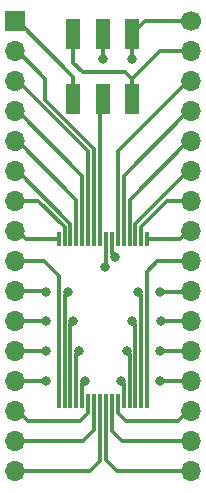
<source format=gbr>
%TF.GenerationSoftware,KiCad,Pcbnew,(6.0.0-0)*%
%TF.CreationDate,2023-01-04T17:37:18+01:00*%
%TF.ProjectId,sst39sf040-m27c4001,73737433-3973-4663-9034-302d6d323763,rev?*%
%TF.SameCoordinates,Original*%
%TF.FileFunction,Copper,L1,Top*%
%TF.FilePolarity,Positive*%
%FSLAX46Y46*%
G04 Gerber Fmt 4.6, Leading zero omitted, Abs format (unit mm)*
G04 Created by KiCad (PCBNEW (6.0.0-0)) date 2023-01-04 17:37:18*
%MOMM*%
%LPD*%
G01*
G04 APERTURE LIST*
%TA.AperFunction,SMDPad,CuDef*%
%ADD10R,1.200000X2.500000*%
%TD*%
%TA.AperFunction,SMDPad,CuDef*%
%ADD11R,0.300000X1.300000*%
%TD*%
%TA.AperFunction,ComponentPad*%
%ADD12O,1.700000X1.700000*%
%TD*%
%TA.AperFunction,ComponentPad*%
%ADD13C,1.700000*%
%TD*%
%TA.AperFunction,ComponentPad*%
%ADD14R,1.700000X1.700000*%
%TD*%
%TA.AperFunction,ViaPad*%
%ADD15C,0.800000*%
%TD*%
%TA.AperFunction,Conductor*%
%ADD16C,0.300000*%
%TD*%
G04 APERTURE END LIST*
D10*
%TO.P,SW1,1,A*%
%TO.N,Net-(J2-Pad31)*%
X130500000Y-61150000D03*
%TO.P,SW1,2,B*%
%TO.N,Net-(U1-Pad7)*%
X133000000Y-61150000D03*
%TO.P,SW1,3,C*%
%TO.N,VCC*%
X135500000Y-61150000D03*
%TO.P,SW1,4,A*%
%TO.N,Net-(J1-Pad1)*%
X130500000Y-66650000D03*
%TO.P,SW1,5,B*%
%TO.N,Net-(U1-Pad9)*%
X133000000Y-66650000D03*
%TO.P,SW1,6,C*%
%TO.N,Net-(J2-Pad31)*%
X135500000Y-66650000D03*
%TD*%
D11*
%TO.P,U1,1,A11*%
%TO.N,Net-(U1-Pad1)*%
X136750000Y-78550000D03*
%TO.P,U1,2,A9*%
%TO.N,Net-(U1-Pad2)*%
X136250000Y-78550000D03*
%TO.P,U1,3,A8*%
%TO.N,Net-(U1-Pad3)*%
X135750000Y-78550000D03*
%TO.P,U1,4,A13*%
%TO.N,Net-(U1-Pad4)*%
X135250000Y-78550000D03*
%TO.P,U1,5,A14*%
%TO.N,Net-(U1-Pad5)*%
X134750000Y-78550000D03*
%TO.P,U1,6,A17*%
%TO.N,Net-(U1-Pad6)*%
X134250000Y-78550000D03*
%TO.P,U1,7,WE#*%
%TO.N,Net-(U1-Pad7)*%
X133750000Y-78550000D03*
%TO.P,U1,8,VDD*%
%TO.N,VCC*%
X133250000Y-78550000D03*
%TO.P,U1,9,A18*%
%TO.N,Net-(U1-Pad9)*%
X132750000Y-78550000D03*
%TO.P,U1,10,A16*%
%TO.N,Net-(J1-Pad2)*%
X132250000Y-78550000D03*
%TO.P,U1,11,A15*%
%TO.N,Net-(J1-Pad3)*%
X131750000Y-78550000D03*
%TO.P,U1,12,A12*%
%TO.N,Net-(J1-Pad4)*%
X131250000Y-78550000D03*
%TO.P,U1,13,A7*%
%TO.N,Net-(J1-Pad5)*%
X130750000Y-78550000D03*
%TO.P,U1,14,A6*%
%TO.N,Net-(J1-Pad6)*%
X130250000Y-78550000D03*
%TO.P,U1,15,A5*%
%TO.N,Net-(J1-Pad7)*%
X129750000Y-78550000D03*
%TO.P,U1,16,A4*%
%TO.N,Net-(J1-Pad8)*%
X129250000Y-78550000D03*
%TO.P,U1,17,A3*%
%TO.N,Net-(J1-Pad9)*%
X129250000Y-92250000D03*
%TO.P,U1,18,A2*%
%TO.N,Net-(J1-Pad10)*%
X129750000Y-92250000D03*
%TO.P,U1,19,A1*%
%TO.N,Net-(J1-Pad11)*%
X130250000Y-92250000D03*
%TO.P,U1,20,A0*%
%TO.N,Net-(J1-Pad12)*%
X130750000Y-92250000D03*
%TO.P,U1,21,DQ0*%
%TO.N,Net-(J1-Pad13)*%
X131250000Y-92250000D03*
%TO.P,U1,22,DQ1*%
%TO.N,Net-(J1-Pad14)*%
X131750000Y-92250000D03*
%TO.P,U1,23,DQ2*%
%TO.N,Net-(J1-Pad15)*%
X132250000Y-92250000D03*
%TO.P,U1,24,VSS*%
%TO.N,GNDREF*%
X132750000Y-92250000D03*
%TO.P,U1,25,DQ3*%
%TO.N,Net-(J2-Pad17)*%
X133250000Y-92250000D03*
%TO.P,U1,26,DQ4*%
%TO.N,Net-(J2-Pad18)*%
X133750000Y-92250000D03*
%TO.P,U1,27,DQ5*%
%TO.N,Net-(J2-Pad19)*%
X134250000Y-92250000D03*
%TO.P,U1,28,DQ6*%
%TO.N,Net-(J2-Pad20)*%
X134750000Y-92250000D03*
%TO.P,U1,29,DQ7*%
%TO.N,Net-(J2-Pad21)*%
X135250000Y-92250000D03*
%TO.P,U1,30,CE#*%
%TO.N,Net-(J2-Pad22)*%
X135750000Y-92250000D03*
%TO.P,U1,31,A10*%
%TO.N,Net-(J2-Pad23)*%
X136250000Y-92250000D03*
%TO.P,U1,32,OE#*%
%TO.N,Net-(J2-Pad24)*%
X136750000Y-92250000D03*
%TD*%
D12*
%TO.P,J2,17,Pin_17*%
%TO.N,Net-(J2-Pad17)*%
X140450000Y-98200000D03*
%TO.P,J2,18,Pin_18*%
%TO.N,Net-(J2-Pad18)*%
X140450000Y-95660000D03*
%TO.P,J2,19,Pin_19*%
%TO.N,Net-(J2-Pad19)*%
X140450000Y-93120000D03*
%TO.P,J2,20,Pin_20*%
%TO.N,Net-(J2-Pad20)*%
X140450000Y-90580000D03*
%TO.P,J2,21,Pin_21*%
%TO.N,Net-(J2-Pad21)*%
X140450000Y-88040000D03*
%TO.P,J2,22,Pin_22*%
%TO.N,Net-(J2-Pad22)*%
X140450000Y-85500000D03*
%TO.P,J2,23,Pin_23*%
%TO.N,Net-(J2-Pad23)*%
X140450000Y-82960000D03*
%TO.P,J2,24,Pin_24*%
%TO.N,Net-(J2-Pad24)*%
X140450000Y-80420000D03*
%TO.P,J2,25,Pin_25*%
%TO.N,Net-(U1-Pad1)*%
X140450000Y-77880000D03*
%TO.P,J2,26,Pin_26*%
%TO.N,Net-(U1-Pad2)*%
X140450000Y-75340000D03*
%TO.P,J2,27,Pin_27*%
%TO.N,Net-(U1-Pad3)*%
X140450000Y-72800000D03*
%TO.P,J2,28,Pin_28*%
%TO.N,Net-(U1-Pad4)*%
X140450000Y-70260000D03*
%TO.P,J2,29,Pin_29*%
%TO.N,Net-(U1-Pad5)*%
X140450000Y-67720000D03*
%TO.P,J2,30,Pin_30*%
%TO.N,Net-(U1-Pad6)*%
X140450000Y-65180000D03*
%TO.P,J2,31,Pin_31*%
%TO.N,Net-(J2-Pad31)*%
X140450000Y-62640000D03*
D13*
%TO.P,J2,32,Pin_32*%
%TO.N,VCC*%
X140450000Y-60100000D03*
%TD*%
D14*
%TO.P,J1,1,Pin_1*%
%TO.N,Net-(J1-Pad1)*%
X125550000Y-60100000D03*
D12*
%TO.P,J1,2,Pin_2*%
%TO.N,Net-(J1-Pad2)*%
X125550000Y-62640000D03*
%TO.P,J1,3,Pin_3*%
%TO.N,Net-(J1-Pad3)*%
X125550000Y-65180000D03*
%TO.P,J1,4,Pin_4*%
%TO.N,Net-(J1-Pad4)*%
X125550000Y-67720000D03*
%TO.P,J1,5,Pin_5*%
%TO.N,Net-(J1-Pad5)*%
X125550000Y-70260000D03*
%TO.P,J1,6,Pin_6*%
%TO.N,Net-(J1-Pad6)*%
X125550000Y-72800000D03*
%TO.P,J1,7,Pin_7*%
%TO.N,Net-(J1-Pad7)*%
X125550000Y-75340000D03*
%TO.P,J1,8,Pin_8*%
%TO.N,Net-(J1-Pad8)*%
X125550000Y-77880000D03*
%TO.P,J1,9,Pin_9*%
%TO.N,Net-(J1-Pad9)*%
X125550000Y-80420000D03*
%TO.P,J1,10,Pin_10*%
%TO.N,Net-(J1-Pad10)*%
X125550000Y-82960000D03*
%TO.P,J1,11,Pin_11*%
%TO.N,Net-(J1-Pad11)*%
X125550000Y-85500000D03*
%TO.P,J1,12,Pin_12*%
%TO.N,Net-(J1-Pad12)*%
X125550000Y-88040000D03*
%TO.P,J1,13,Pin_13*%
%TO.N,Net-(J1-Pad13)*%
X125550000Y-90580000D03*
%TO.P,J1,14,Pin_14*%
%TO.N,Net-(J1-Pad14)*%
X125550000Y-93120000D03*
%TO.P,J1,15,Pin_15*%
%TO.N,Net-(J1-Pad15)*%
X125550000Y-95660000D03*
%TO.P,J1,16,Pin_16*%
%TO.N,GNDREF*%
X125550000Y-98200000D03*
%TD*%
D15*
%TO.N,Net-(J1-Pad10)*%
X129999500Y-83000000D03*
X128200000Y-83000000D03*
%TO.N,Net-(J1-Pad11)*%
X130499989Y-85500000D03*
X128200000Y-85500000D03*
%TO.N,Net-(J1-Pad12)*%
X130999509Y-88000000D03*
X128200000Y-88000000D03*
%TO.N,Net-(J1-Pad13)*%
X128200000Y-90600000D03*
X131499989Y-90600000D03*
%TO.N,VCC*%
X133200000Y-80900000D03*
X135500000Y-63300000D03*
%TO.N,Net-(U1-Pad7)*%
X133999500Y-80100000D03*
X133000000Y-63300000D03*
%TO.N,Net-(J2-Pad23)*%
X136000500Y-83000000D03*
X137800000Y-83000000D03*
%TO.N,Net-(J2-Pad22)*%
X135500500Y-85500000D03*
X137900000Y-85500000D03*
%TO.N,Net-(J2-Pad21)*%
X135000000Y-88000000D03*
X137800000Y-88000000D03*
%TO.N,Net-(J2-Pad20)*%
X137800000Y-90600000D03*
X134500500Y-90600000D03*
%TD*%
D16*
%TO.N,Net-(J1-Pad1)*%
X130500000Y-64800000D02*
X130500000Y-66650000D01*
X125800000Y-60100000D02*
X130500000Y-64800000D01*
%TO.N,Net-(J1-Pad2)*%
X128113214Y-66786786D02*
X128113214Y-64953214D01*
X132250000Y-78550000D02*
X132250000Y-70923573D01*
X132250000Y-70923573D02*
X128113214Y-66786786D01*
X128113214Y-64953214D02*
X125800000Y-62640000D01*
%TO.N,Net-(J1-Pad3)*%
X131750000Y-78550000D02*
X131750000Y-71130000D01*
X131750000Y-71130000D02*
X125800000Y-65180000D01*
%TO.N,Net-(J1-Pad4)*%
X131250000Y-73170000D02*
X125800000Y-67720000D01*
X131250000Y-78550000D02*
X131250000Y-73170000D01*
%TO.N,Net-(J1-Pad5)*%
X130750000Y-78550000D02*
X130750000Y-75210000D01*
X130750000Y-75210000D02*
X125800000Y-70260000D01*
%TO.N,Net-(J1-Pad6)*%
X130250000Y-77250000D02*
X125800000Y-72800000D01*
X130250000Y-78550000D02*
X130250000Y-77250000D01*
%TO.N,Net-(J1-Pad7)*%
X127539022Y-75340000D02*
X125800000Y-75340000D01*
X129750000Y-78550000D02*
X129750000Y-77550978D01*
X129750000Y-77550978D02*
X127539022Y-75340000D01*
%TO.N,Net-(J1-Pad8)*%
X126470000Y-78550000D02*
X125800000Y-77880000D01*
X129250000Y-78550000D02*
X126470000Y-78550000D01*
%TO.N,Net-(J1-Pad9)*%
X128020000Y-80420000D02*
X125800000Y-80420000D01*
X129250000Y-92250000D02*
X129250000Y-81750000D01*
X129250000Y-81750000D02*
X129300000Y-81700000D01*
X129300000Y-81700000D02*
X128020000Y-80420000D01*
%TO.N,Net-(J1-Pad10)*%
X129999500Y-83000000D02*
X129750489Y-83249011D01*
X128160000Y-82960000D02*
X128200000Y-83000000D01*
X129750489Y-83249011D02*
X129750489Y-92000000D01*
X125800000Y-82960000D02*
X128160000Y-82960000D01*
%TO.N,Net-(J1-Pad11)*%
X130250009Y-85749980D02*
X130250009Y-91949991D01*
X130499989Y-85500000D02*
X130250009Y-85749980D01*
X125800000Y-85500000D02*
X128200000Y-85500000D01*
%TO.N,Net-(J1-Pad12)*%
X130999509Y-88000000D02*
X130750489Y-88249020D01*
X128160000Y-88040000D02*
X128200000Y-88000000D01*
X125800000Y-88040000D02*
X128160000Y-88040000D01*
X130750489Y-88249020D02*
X130750489Y-91800000D01*
%TO.N,Net-(J1-Pad13)*%
X131250000Y-92250000D02*
X131250000Y-90849989D01*
X131250000Y-90849989D02*
X131499989Y-90600000D01*
X128180000Y-90580000D02*
X128200000Y-90600000D01*
X125800000Y-90580000D02*
X128180000Y-90580000D01*
%TO.N,Net-(J1-Pad14)*%
X131750000Y-93249022D02*
X131029022Y-93970000D01*
X126650000Y-93970000D02*
X125800000Y-93120000D01*
X131750000Y-92250000D02*
X131750000Y-93249022D01*
X131029022Y-93970000D02*
X126650000Y-93970000D01*
%TO.N,Net-(J1-Pad15)*%
X125800000Y-95660000D02*
X131290480Y-95660000D01*
X131290480Y-95660000D02*
X132250480Y-94700000D01*
X132250480Y-94700000D02*
X132250000Y-94699520D01*
X132250000Y-94699520D02*
X132250000Y-92250000D01*
%TO.N,VCC*%
X136550000Y-60100000D02*
X135500000Y-61150000D01*
X133250000Y-78550000D02*
X133250000Y-80850000D01*
X140200000Y-60100000D02*
X136550000Y-60100000D01*
X135500000Y-61150000D02*
X135500000Y-63300000D01*
X133250000Y-80850000D02*
X133200000Y-80900000D01*
%TO.N,GNDREF*%
X131900000Y-98200000D02*
X125800000Y-98200000D01*
X132750000Y-92250000D02*
X132750000Y-97350000D01*
X132750000Y-97350000D02*
X131900000Y-98200000D01*
%TO.N,Net-(J2-Pad31)*%
X137860000Y-62640000D02*
X135500000Y-65000000D01*
X131300000Y-64400000D02*
X134900000Y-64400000D01*
X135500000Y-65000000D02*
X135500000Y-66650000D01*
X130500000Y-61150000D02*
X130500000Y-63600000D01*
X134900000Y-64400000D02*
X135500000Y-65000000D01*
X140200000Y-62640000D02*
X137860000Y-62640000D01*
X130500000Y-63600000D02*
X131300000Y-64400000D01*
%TO.N,Net-(U1-Pad7)*%
X133750000Y-78550000D02*
X133750000Y-79850500D01*
X133750000Y-79850500D02*
X133999500Y-80100000D01*
X133000000Y-61150000D02*
X133000000Y-63300000D01*
%TO.N,Net-(U1-Pad9)*%
X133000000Y-66650000D02*
X132750000Y-66900000D01*
X132750000Y-66900000D02*
X132750000Y-78550000D01*
%TO.N,Net-(J2-Pad24)*%
X137580000Y-80420000D02*
X136700000Y-81300000D01*
X136750000Y-81350000D02*
X136750000Y-92250000D01*
X136700000Y-81300000D02*
X136750000Y-81350000D01*
X140200000Y-80420000D02*
X137580000Y-80420000D01*
%TO.N,Net-(J2-Pad23)*%
X137800000Y-83000000D02*
X140160000Y-83000000D01*
X140160000Y-83000000D02*
X140200000Y-82960000D01*
X136250000Y-83249500D02*
X136000500Y-83000000D01*
X136250000Y-92250000D02*
X136250000Y-83249500D01*
%TO.N,Net-(J2-Pad22)*%
X140200000Y-85500000D02*
X137900000Y-85500000D01*
X135500500Y-85500000D02*
X135750000Y-85749500D01*
X135750000Y-85749500D02*
X135750000Y-92250000D01*
%TO.N,Net-(J2-Pad21)*%
X137840000Y-88040000D02*
X137800000Y-88000000D01*
X140200000Y-88040000D02*
X137840000Y-88040000D01*
X135250000Y-88250000D02*
X135000000Y-88000000D01*
X135250000Y-92250000D02*
X135250000Y-88250000D01*
%TO.N,Net-(J2-Pad20)*%
X140200000Y-90580000D02*
X137820000Y-90580000D01*
X134750000Y-92250000D02*
X134750000Y-90849500D01*
X134750000Y-90849500D02*
X134500500Y-90600000D01*
X137820000Y-90580000D02*
X137800000Y-90600000D01*
%TO.N,Net-(J2-Pad19)*%
X134250000Y-93249022D02*
X134970978Y-93970000D01*
X134250000Y-92250000D02*
X134250000Y-93249022D01*
X139350000Y-93970000D02*
X140200000Y-93120000D01*
X134970978Y-93970000D02*
X139350000Y-93970000D01*
%TO.N,Net-(J2-Pad18)*%
X134609520Y-95660000D02*
X133749520Y-94800000D01*
X140200000Y-95660000D02*
X134609520Y-95660000D01*
X133749520Y-94800000D02*
X133750000Y-94799520D01*
X133750000Y-94799520D02*
X133750000Y-92250000D01*
%TO.N,Net-(J2-Pad17)*%
X134200000Y-98200000D02*
X140200000Y-98200000D01*
X133250000Y-92250000D02*
X133250000Y-97250000D01*
X133250000Y-97250000D02*
X134200000Y-98200000D01*
%TO.N,Net-(U1-Pad6)*%
X134250000Y-71130000D02*
X140200000Y-65180000D01*
X134250000Y-78550000D02*
X134250000Y-71130000D01*
%TO.N,Net-(U1-Pad5)*%
X134750000Y-78550000D02*
X134750000Y-73170000D01*
X134750000Y-73170000D02*
X140200000Y-67720000D01*
%TO.N,Net-(U1-Pad4)*%
X135250000Y-75210000D02*
X140200000Y-70260000D01*
X135250000Y-78550000D02*
X135250000Y-75210000D01*
%TO.N,Net-(U1-Pad3)*%
X135750000Y-78550000D02*
X135750000Y-77250000D01*
X135750000Y-77250000D02*
X140200000Y-72800000D01*
%TO.N,Net-(U1-Pad2)*%
X136250000Y-78550000D02*
X136250000Y-77550978D01*
X138460978Y-75340000D02*
X140200000Y-75340000D01*
X136250000Y-77550978D02*
X138460978Y-75340000D01*
%TO.N,Net-(U1-Pad1)*%
X136750000Y-78550000D02*
X139530000Y-78550000D01*
X139530000Y-78550000D02*
X140200000Y-77880000D01*
%TD*%
M02*

</source>
